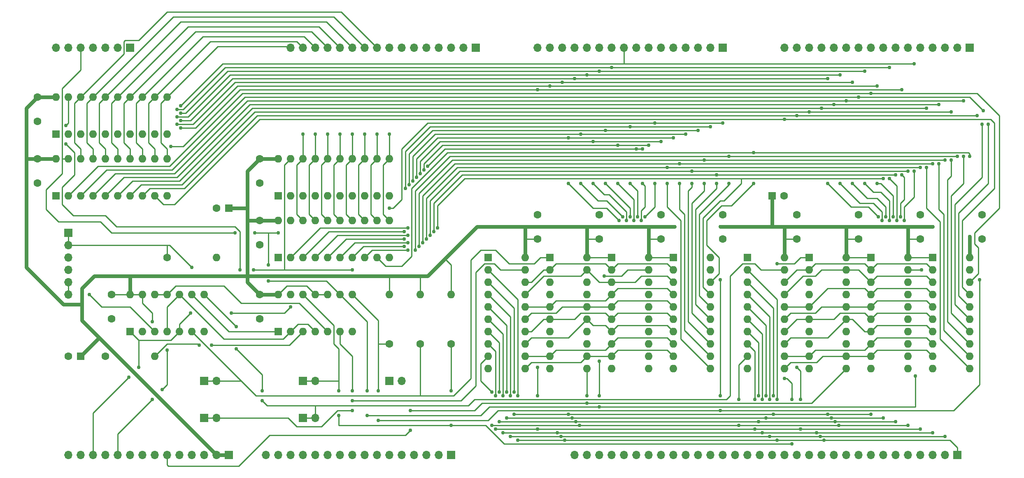
<source format=gtl>
G04 #@! TF.GenerationSoftware,KiCad,Pcbnew,(7.0.0)*
G04 #@! TF.CreationDate,2024-03-28T20:29:55-07:00*
G04 #@! TF.ProjectId,video_bank_sel_cursor,76696465-6f5f-4626-916e-6b5f73656c5f,rev?*
G04 #@! TF.SameCoordinates,Original*
G04 #@! TF.FileFunction,Copper,L1,Top*
G04 #@! TF.FilePolarity,Positive*
%FSLAX46Y46*%
G04 Gerber Fmt 4.6, Leading zero omitted, Abs format (unit mm)*
G04 Created by KiCad (PCBNEW (7.0.0)) date 2024-03-28 20:29:55*
%MOMM*%
%LPD*%
G01*
G04 APERTURE LIST*
G04 #@! TA.AperFunction,ComponentPad*
%ADD10R,1.700000X1.700000*%
G04 #@! TD*
G04 #@! TA.AperFunction,ComponentPad*
%ADD11O,1.700000X1.700000*%
G04 #@! TD*
G04 #@! TA.AperFunction,ComponentPad*
%ADD12R,1.600000X1.600000*%
G04 #@! TD*
G04 #@! TA.AperFunction,ComponentPad*
%ADD13C,1.600000*%
G04 #@! TD*
G04 #@! TA.AperFunction,ComponentPad*
%ADD14O,1.600000X1.600000*%
G04 #@! TD*
G04 #@! TA.AperFunction,ViaPad*
%ADD15C,0.762000*%
G04 #@! TD*
G04 #@! TA.AperFunction,Conductor*
%ADD16C,0.762000*%
G04 #@! TD*
G04 #@! TA.AperFunction,Conductor*
%ADD17C,0.254000*%
G04 #@! TD*
G04 APERTURE END LIST*
D10*
X88899999Y-129539999D03*
D11*
X91439999Y-129539999D03*
D10*
X139699999Y-144779999D03*
D11*
X137159999Y-144779999D03*
X134619999Y-144779999D03*
X132079999Y-144779999D03*
X129539999Y-144779999D03*
X126999999Y-144779999D03*
X124459999Y-144779999D03*
X121919999Y-144779999D03*
X119379999Y-144779999D03*
X116839999Y-144779999D03*
X114299999Y-144779999D03*
X111759999Y-144779999D03*
X109219999Y-144779999D03*
X106679999Y-144779999D03*
X104139999Y-144779999D03*
X101599999Y-144779999D03*
D12*
X93979999Y-93979999D03*
D13*
X91480000Y-93980000D03*
X139700000Y-121920000D03*
D14*
X139699999Y-111759999D03*
D10*
X246379999Y-60959999D03*
D11*
X243839999Y-60959999D03*
X241299999Y-60959999D03*
X238759999Y-60959999D03*
X236219999Y-60959999D03*
X233679999Y-60959999D03*
X231139999Y-60959999D03*
X228599999Y-60959999D03*
X226059999Y-60959999D03*
X223519999Y-60959999D03*
X220979999Y-60959999D03*
X218439999Y-60959999D03*
X215899999Y-60959999D03*
X213359999Y-60959999D03*
X210819999Y-60959999D03*
X208279999Y-60959999D03*
D12*
X58419999Y-78739999D03*
D14*
X60959999Y-78739999D03*
X63499999Y-78739999D03*
X66039999Y-78739999D03*
X68579999Y-78739999D03*
X71119999Y-78739999D03*
X73659999Y-78739999D03*
X76199999Y-78739999D03*
X78739999Y-78739999D03*
X81279999Y-78739999D03*
X81279999Y-71119999D03*
X78739999Y-71119999D03*
X76199999Y-71119999D03*
X73659999Y-71119999D03*
X71119999Y-71119999D03*
X68579999Y-71119999D03*
X66039999Y-71119999D03*
X63499999Y-71119999D03*
X60959999Y-71119999D03*
X58419999Y-71119999D03*
D10*
X73659999Y-60959999D03*
D11*
X71119999Y-60959999D03*
X68579999Y-60959999D03*
X66039999Y-60959999D03*
X63499999Y-60959999D03*
X60959999Y-60959999D03*
X58419999Y-60959999D03*
D10*
X144779999Y-60959999D03*
D11*
X142239999Y-60959999D03*
X139699999Y-60959999D03*
X137159999Y-60959999D03*
X134619999Y-60959999D03*
X132079999Y-60959999D03*
X129539999Y-60959999D03*
X126999999Y-60959999D03*
X124459999Y-60959999D03*
X121919999Y-60959999D03*
X119379999Y-60959999D03*
X116839999Y-60959999D03*
X114299999Y-60959999D03*
X111759999Y-60959999D03*
X109219999Y-60959999D03*
X106679999Y-60959999D03*
D10*
X88899999Y-137159999D03*
D11*
X91439999Y-137159999D03*
D12*
X104139999Y-91439999D03*
D14*
X106679999Y-91439999D03*
X109219999Y-91439999D03*
X111759999Y-91439999D03*
X114299999Y-91439999D03*
X116839999Y-91439999D03*
X119379999Y-91439999D03*
X121919999Y-91439999D03*
X124459999Y-91439999D03*
X126999999Y-91439999D03*
X126999999Y-83819999D03*
X124459999Y-83819999D03*
X121919999Y-83819999D03*
X119379999Y-83819999D03*
X116839999Y-83819999D03*
X114299999Y-83819999D03*
X111759999Y-83819999D03*
X109219999Y-83819999D03*
X106679999Y-83819999D03*
X104139999Y-83819999D03*
D12*
X73659999Y-119379999D03*
D14*
X76199999Y-119379999D03*
X78739999Y-119379999D03*
X81279999Y-119379999D03*
X83819999Y-119379999D03*
X86359999Y-119379999D03*
X88899999Y-119379999D03*
X88899999Y-111759999D03*
X86359999Y-111759999D03*
X83819999Y-111759999D03*
X81279999Y-111759999D03*
X78739999Y-111759999D03*
X76199999Y-111759999D03*
X73659999Y-111759999D03*
D12*
X58419999Y-91439999D03*
D14*
X60959999Y-91439999D03*
X63499999Y-91439999D03*
X66039999Y-91439999D03*
X68579999Y-91439999D03*
X71119999Y-91439999D03*
X73659999Y-91439999D03*
X76199999Y-91439999D03*
X78739999Y-91439999D03*
X81279999Y-91439999D03*
X81279999Y-83819999D03*
X78739999Y-83819999D03*
X76199999Y-83819999D03*
X73659999Y-83819999D03*
X71119999Y-83819999D03*
X68579999Y-83819999D03*
X66039999Y-83819999D03*
X63499999Y-83819999D03*
X60959999Y-83819999D03*
X58419999Y-83819999D03*
D13*
X54610000Y-88820000D03*
X54610000Y-83820000D03*
D10*
X93979999Y-144779999D03*
D11*
X91439999Y-144779999D03*
X88899999Y-144779999D03*
X86359999Y-144779999D03*
X83819999Y-144779999D03*
X81279999Y-144779999D03*
X78739999Y-144779999D03*
X76199999Y-144779999D03*
X73659999Y-144779999D03*
X71119999Y-144779999D03*
X68579999Y-144779999D03*
X66039999Y-144779999D03*
X63499999Y-144779999D03*
X60959999Y-144779999D03*
D13*
X182880000Y-95330000D03*
X182880000Y-100330000D03*
X68580000Y-124460000D03*
D14*
X78739999Y-124459999D03*
D12*
X226059999Y-104139999D03*
D14*
X226059999Y-106679999D03*
X226059999Y-109219999D03*
X226059999Y-111759999D03*
X226059999Y-114299999D03*
X226059999Y-116839999D03*
X226059999Y-119379999D03*
X226059999Y-121919999D03*
X226059999Y-124459999D03*
X226059999Y-126999999D03*
X233679999Y-126999999D03*
X233679999Y-124459999D03*
X233679999Y-121919999D03*
X233679999Y-119379999D03*
X233679999Y-116839999D03*
X233679999Y-114299999D03*
X233679999Y-111759999D03*
X233679999Y-109219999D03*
X233679999Y-106679999D03*
X233679999Y-104139999D03*
D13*
X81280000Y-104140000D03*
D14*
X91439999Y-104139999D03*
D13*
X100330000Y-116760000D03*
X100330000Y-111760000D03*
D12*
X200659999Y-104139999D03*
D14*
X200659999Y-106679999D03*
X200659999Y-109219999D03*
X200659999Y-111759999D03*
X200659999Y-114299999D03*
X200659999Y-116839999D03*
X200659999Y-119379999D03*
X200659999Y-121919999D03*
X200659999Y-124459999D03*
X200659999Y-126999999D03*
X208279999Y-126999999D03*
X208279999Y-124459999D03*
X208279999Y-121919999D03*
X208279999Y-119379999D03*
X208279999Y-116839999D03*
X208279999Y-114299999D03*
X208279999Y-111759999D03*
X208279999Y-109219999D03*
X208279999Y-106679999D03*
X208279999Y-104139999D03*
D13*
X210820000Y-95330000D03*
X210820000Y-100330000D03*
D10*
X126999999Y-129539999D03*
D11*
X129539999Y-129539999D03*
D13*
X100330000Y-101520000D03*
X100330000Y-96520000D03*
X127000000Y-121920000D03*
D14*
X126999999Y-111759999D03*
D13*
X69850000Y-116760000D03*
X69850000Y-111760000D03*
D12*
X63499999Y-124459999D03*
D13*
X61000000Y-124460000D03*
X170180000Y-95330000D03*
X170180000Y-100330000D03*
D12*
X104139999Y-104139999D03*
D14*
X106679999Y-104139999D03*
X109219999Y-104139999D03*
X111759999Y-104139999D03*
X114299999Y-104139999D03*
X116839999Y-104139999D03*
X119379999Y-104139999D03*
X121919999Y-104139999D03*
X124459999Y-104139999D03*
X126999999Y-104139999D03*
X126999999Y-96519999D03*
X124459999Y-96519999D03*
X121919999Y-96519999D03*
X119379999Y-96519999D03*
X116839999Y-96519999D03*
X114299999Y-96519999D03*
X111759999Y-96519999D03*
X109219999Y-96519999D03*
X106679999Y-96519999D03*
X104139999Y-96519999D03*
D10*
X109219999Y-137159999D03*
D11*
X111759999Y-137159999D03*
D12*
X213359999Y-104139999D03*
D14*
X213359999Y-106679999D03*
X213359999Y-109219999D03*
X213359999Y-111759999D03*
X213359999Y-114299999D03*
X213359999Y-116839999D03*
X213359999Y-119379999D03*
X213359999Y-121919999D03*
X213359999Y-124459999D03*
X213359999Y-126999999D03*
X220979999Y-126999999D03*
X220979999Y-124459999D03*
X220979999Y-121919999D03*
X220979999Y-119379999D03*
X220979999Y-116839999D03*
X220979999Y-114299999D03*
X220979999Y-111759999D03*
X220979999Y-109219999D03*
X220979999Y-106679999D03*
X220979999Y-104139999D03*
D10*
X109219999Y-129539999D03*
D11*
X111759999Y-129539999D03*
D10*
X60959999Y-99059999D03*
D11*
X60959999Y-101599999D03*
X60959999Y-104139999D03*
X60959999Y-106679999D03*
X60959999Y-109219999D03*
X60959999Y-111759999D03*
D12*
X238759999Y-104139999D03*
D14*
X238759999Y-106679999D03*
X238759999Y-109219999D03*
X238759999Y-111759999D03*
X238759999Y-114299999D03*
X238759999Y-116839999D03*
X238759999Y-119379999D03*
X238759999Y-121919999D03*
X238759999Y-124459999D03*
X238759999Y-126999999D03*
X246379999Y-126999999D03*
X246379999Y-124459999D03*
X246379999Y-121919999D03*
X246379999Y-119379999D03*
X246379999Y-116839999D03*
X246379999Y-114299999D03*
X246379999Y-111759999D03*
X246379999Y-109219999D03*
X246379999Y-106679999D03*
X246379999Y-104139999D03*
D13*
X248920000Y-100330000D03*
X248920000Y-95330000D03*
X157480000Y-95330000D03*
X157480000Y-100330000D03*
D12*
X185419999Y-104139999D03*
D14*
X185419999Y-106679999D03*
X185419999Y-109219999D03*
X185419999Y-111759999D03*
X185419999Y-114299999D03*
X185419999Y-116839999D03*
X185419999Y-119379999D03*
X185419999Y-121919999D03*
X185419999Y-124459999D03*
X185419999Y-126999999D03*
X193039999Y-126999999D03*
X193039999Y-124459999D03*
X193039999Y-121919999D03*
X193039999Y-119379999D03*
X193039999Y-116839999D03*
X193039999Y-114299999D03*
X193039999Y-111759999D03*
X193039999Y-109219999D03*
X193039999Y-106679999D03*
X193039999Y-104139999D03*
D13*
X223520000Y-95330000D03*
X223520000Y-100330000D03*
D10*
X195579999Y-60959999D03*
D11*
X193039999Y-60959999D03*
X190499999Y-60959999D03*
X187959999Y-60959999D03*
X185419999Y-60959999D03*
X182879999Y-60959999D03*
X180339999Y-60959999D03*
X177799999Y-60959999D03*
X175259999Y-60959999D03*
X172719999Y-60959999D03*
X170179999Y-60959999D03*
X167639999Y-60959999D03*
X165099999Y-60959999D03*
X162559999Y-60959999D03*
X160019999Y-60959999D03*
X157479999Y-60959999D03*
D12*
X160019999Y-104139999D03*
D14*
X160019999Y-106679999D03*
X160019999Y-109219999D03*
X160019999Y-111759999D03*
X160019999Y-114299999D03*
X160019999Y-116839999D03*
X160019999Y-119379999D03*
X160019999Y-121919999D03*
X160019999Y-124459999D03*
X160019999Y-126999999D03*
X167639999Y-126999999D03*
X167639999Y-124459999D03*
X167639999Y-121919999D03*
X167639999Y-119379999D03*
X167639999Y-116839999D03*
X167639999Y-114299999D03*
X167639999Y-111759999D03*
X167639999Y-109219999D03*
X167639999Y-106679999D03*
X167639999Y-104139999D03*
D12*
X172719999Y-104139999D03*
D14*
X172719999Y-106679999D03*
X172719999Y-109219999D03*
X172719999Y-111759999D03*
X172719999Y-114299999D03*
X172719999Y-116839999D03*
X172719999Y-119379999D03*
X172719999Y-121919999D03*
X172719999Y-124459999D03*
X172719999Y-126999999D03*
X180339999Y-126999999D03*
X180339999Y-124459999D03*
X180339999Y-121919999D03*
X180339999Y-119379999D03*
X180339999Y-116839999D03*
X180339999Y-114299999D03*
X180339999Y-111759999D03*
X180339999Y-109219999D03*
X180339999Y-106679999D03*
X180339999Y-104139999D03*
D13*
X236220000Y-100330000D03*
X236220000Y-95330000D03*
D12*
X205739999Y-91439999D03*
D13*
X208240000Y-91440000D03*
X195580000Y-95330000D03*
X195580000Y-100330000D03*
D10*
X243839999Y-144779999D03*
D11*
X241299999Y-144779999D03*
X238759999Y-144779999D03*
X236219999Y-144779999D03*
X233679999Y-144779999D03*
X231139999Y-144779999D03*
X228599999Y-144779999D03*
X226059999Y-144779999D03*
X223519999Y-144779999D03*
X220979999Y-144779999D03*
X218439999Y-144779999D03*
X215899999Y-144779999D03*
X213359999Y-144779999D03*
X210819999Y-144779999D03*
X208279999Y-144779999D03*
X205739999Y-144779999D03*
X203199999Y-144779999D03*
X200659999Y-144779999D03*
X198119999Y-144779999D03*
X195579999Y-144779999D03*
X193039999Y-144779999D03*
X190499999Y-144779999D03*
X187959999Y-144779999D03*
X185419999Y-144779999D03*
X182879999Y-144779999D03*
X180339999Y-144779999D03*
X177799999Y-144779999D03*
X175259999Y-144779999D03*
X172719999Y-144779999D03*
X170179999Y-144779999D03*
X167639999Y-144779999D03*
X165099999Y-144779999D03*
D13*
X133350000Y-121920000D03*
D14*
X133349999Y-111759999D03*
D12*
X104139999Y-119379999D03*
D14*
X106679999Y-119379999D03*
X109219999Y-119379999D03*
X111759999Y-119379999D03*
X114299999Y-119379999D03*
X116839999Y-119379999D03*
X119379999Y-119379999D03*
X119379999Y-111759999D03*
X116839999Y-111759999D03*
X114299999Y-111759999D03*
X111759999Y-111759999D03*
X109219999Y-111759999D03*
X106679999Y-111759999D03*
X104139999Y-111759999D03*
D13*
X54610000Y-76120000D03*
X54610000Y-71120000D03*
X100330000Y-88820000D03*
X100330000Y-83820000D03*
D12*
X147319999Y-104139999D03*
D14*
X147319999Y-106679999D03*
X147319999Y-109219999D03*
X147319999Y-111759999D03*
X147319999Y-114299999D03*
X147319999Y-116839999D03*
X147319999Y-119379999D03*
X147319999Y-121919999D03*
X147319999Y-124459999D03*
X147319999Y-126999999D03*
X154939999Y-126999999D03*
X154939999Y-124459999D03*
X154939999Y-121919999D03*
X154939999Y-119379999D03*
X154939999Y-116839999D03*
X154939999Y-114299999D03*
X154939999Y-111759999D03*
X154939999Y-109219999D03*
X154939999Y-106679999D03*
X154939999Y-104139999D03*
D15*
X78232000Y-117348000D03*
X246380000Y-99822000D03*
X238760000Y-97790000D03*
X183896000Y-97790000D03*
X196850000Y-97790000D03*
X246380000Y-101346000D03*
X236728000Y-97790000D03*
X185674000Y-97790000D03*
X195072000Y-97790000D03*
X167640000Y-134112000D03*
X167640000Y-132588000D03*
X131318000Y-135636000D03*
X131318000Y-139700000D03*
X109220000Y-78740000D03*
X111760000Y-78740000D03*
X114300000Y-78740000D03*
X116840000Y-78740000D03*
X119380000Y-78740000D03*
X121920000Y-78740000D03*
X124460000Y-78740000D03*
X127000000Y-78740000D03*
X82042000Y-81280000D03*
X232410000Y-69596000D03*
X232156000Y-95758000D03*
X232410000Y-87122000D03*
X157480000Y-69596000D03*
X84074000Y-77470000D03*
X227330000Y-88900000D03*
X160020000Y-68834000D03*
X230632000Y-95758000D03*
X227330000Y-68834000D03*
X222250000Y-68072000D03*
X83312000Y-76708000D03*
X162560000Y-68072000D03*
X222250000Y-88900000D03*
X229108000Y-95758000D03*
X217170000Y-88900000D03*
X84074000Y-75946000D03*
X217170000Y-67310000D03*
X227584000Y-95758000D03*
X165100000Y-67310000D03*
X167640000Y-66548000D03*
X228346000Y-96520000D03*
X219710000Y-88900000D03*
X219710000Y-66548000D03*
X83312000Y-75184000D03*
X224790000Y-65786000D03*
X229870000Y-96520000D03*
X224790000Y-88900000D03*
X170180000Y-65786000D03*
X84074000Y-74422000D03*
X231394000Y-96520000D03*
X83312000Y-73660000D03*
X229870000Y-65024000D03*
X229870000Y-87884000D03*
X172720000Y-65024000D03*
X234950000Y-86360000D03*
X84074000Y-72898000D03*
X232918000Y-96520000D03*
X234950000Y-64262000D03*
X134874000Y-85344000D03*
X178816000Y-96520000D03*
X179070000Y-88900000D03*
X179070000Y-81788000D03*
X177800000Y-81788000D03*
X134112000Y-86106000D03*
X173990000Y-88900000D03*
X180340000Y-81026000D03*
X173990000Y-81026000D03*
X177292000Y-96520000D03*
X182880000Y-80264000D03*
X168910000Y-88900000D03*
X175768000Y-96520000D03*
X168910000Y-80264000D03*
X133350000Y-86868000D03*
X163830000Y-79502000D03*
X185420000Y-79502000D03*
X163830000Y-88900000D03*
X132588000Y-87630000D03*
X174244000Y-96520000D03*
X187960000Y-78740000D03*
X166370000Y-88900000D03*
X175006000Y-95758000D03*
X166370000Y-78740000D03*
X131826000Y-88392000D03*
X131064000Y-89154000D03*
X171450000Y-88900000D03*
X190500000Y-77978000D03*
X176530000Y-95758000D03*
X171450000Y-77978000D03*
X176530000Y-77216000D03*
X130302000Y-89916000D03*
X176530000Y-88900000D03*
X178054000Y-95758000D03*
X193040000Y-77216000D03*
X127000000Y-93980000D03*
X181610000Y-88900000D03*
X179578000Y-95758000D03*
X181610000Y-76454000D03*
X195580000Y-76454000D03*
X208280000Y-75692000D03*
X248920000Y-76708000D03*
X247904000Y-74930000D03*
X210820000Y-74930000D03*
X242570000Y-74168000D03*
X242570000Y-84074000D03*
X213360000Y-74168000D03*
X215900000Y-73406000D03*
X237490000Y-85598000D03*
X237490000Y-73406000D03*
X218440000Y-72644000D03*
X240030000Y-84836000D03*
X240030000Y-72644000D03*
X245110000Y-83312000D03*
X220980000Y-71882000D03*
X245110000Y-71882000D03*
X223520000Y-71120000D03*
X250190000Y-76708000D03*
X249174000Y-73914000D03*
X226060000Y-70358000D03*
X130810000Y-98044000D03*
X228600000Y-87884000D03*
X136906000Y-98044000D03*
X194310000Y-88900000D03*
X194310000Y-87122000D03*
X231140000Y-87122000D03*
X136144000Y-98806000D03*
X130048000Y-98806000D03*
X189230000Y-86360000D03*
X233680000Y-86360000D03*
X135382000Y-99568000D03*
X130810000Y-99568000D03*
X189230000Y-88900000D03*
X130048000Y-100330000D03*
X134620000Y-100330000D03*
X184150000Y-88900000D03*
X236220000Y-85598000D03*
X184150000Y-85598000D03*
X186690000Y-84836000D03*
X238760000Y-84836000D03*
X133858000Y-101092000D03*
X186690000Y-88900000D03*
X130810000Y-101092000D03*
X241300000Y-84074000D03*
X191770000Y-88900000D03*
X133096000Y-101854000D03*
X130048000Y-101854000D03*
X191770000Y-84074000D03*
X243840000Y-83312000D03*
X196850000Y-88900000D03*
X130810000Y-102616000D03*
X132334000Y-102616000D03*
X196850000Y-83312000D03*
X201930000Y-82550000D03*
X201930000Y-88900000D03*
X246380000Y-83312000D03*
X206756000Y-133350000D03*
X153416000Y-141732000D03*
X153416000Y-132588000D03*
X163068000Y-141732000D03*
X216408000Y-141732000D03*
X206756000Y-141732000D03*
X205232000Y-133350000D03*
X162306000Y-140970000D03*
X151892000Y-132588000D03*
X215646000Y-140970000D03*
X241300000Y-140970000D03*
X151892000Y-140970000D03*
X205232000Y-140970000D03*
X150368000Y-140208000D03*
X203708000Y-133350000D03*
X150368000Y-132588000D03*
X203708000Y-140208000D03*
X161544000Y-140208000D03*
X238760000Y-140208000D03*
X214884000Y-140208000D03*
X148844000Y-139446000D03*
X202184000Y-139446000D03*
X202184000Y-133350000D03*
X236220000Y-139446000D03*
X148844000Y-132588000D03*
X157480000Y-126746000D03*
X210820000Y-126746000D03*
X157480000Y-132588000D03*
X211582000Y-133350000D03*
X211582000Y-139446000D03*
X157480000Y-139446000D03*
X166116000Y-138684000D03*
X233680000Y-138684000D03*
X198882000Y-138684000D03*
X198882000Y-133350000D03*
X148082000Y-131826000D03*
X148082000Y-138684000D03*
X219456000Y-138684000D03*
X231140000Y-137922000D03*
X202946000Y-132588000D03*
X202946000Y-137922000D03*
X218694000Y-137922000D03*
X149606000Y-137922000D03*
X149606000Y-131826000D03*
X165354000Y-137922000D03*
X151130000Y-131826000D03*
X151130000Y-137160000D03*
X204470000Y-132588000D03*
X204470000Y-137160000D03*
X228600000Y-137160000D03*
X164592000Y-137160000D03*
X217932000Y-137160000D03*
X152654000Y-131826000D03*
X152654000Y-136398000D03*
X217170000Y-136398000D03*
X205994000Y-132588000D03*
X205994000Y-136398000D03*
X226060000Y-136398000D03*
X163830000Y-136398000D03*
X81280000Y-123190000D03*
X78232000Y-133350000D03*
X80264000Y-131318000D03*
X94488000Y-115570000D03*
X73406000Y-128778000D03*
X75438000Y-126746000D03*
X86106000Y-115570000D03*
X106680000Y-114300000D03*
X99060000Y-106680000D03*
X119380000Y-106680000D03*
X195072000Y-135636000D03*
X96266000Y-106680000D03*
X124714000Y-131572000D03*
X124714000Y-137668000D03*
X248412000Y-108712000D03*
X60452000Y-80772000D03*
X195072000Y-108712000D03*
X60452000Y-76962000D03*
X195072000Y-132588000D03*
X102108000Y-105664000D03*
X236474000Y-106680000D03*
X170180000Y-125476000D03*
X104140000Y-99060000D03*
X99314000Y-99060000D03*
X235204000Y-128524000D03*
X170180000Y-134874000D03*
X102108000Y-108966000D03*
X122428000Y-131572000D03*
X122428000Y-136652000D03*
X170180000Y-132588000D03*
X171196000Y-107950000D03*
X95250000Y-99060000D03*
X90424000Y-122174000D03*
X65278000Y-111760000D03*
X87884000Y-122174000D03*
X100838000Y-131572000D03*
X100838000Y-133604000D03*
X95504000Y-118364000D03*
X95504000Y-122936000D03*
X86360000Y-106172000D03*
X119380000Y-133604000D03*
X119380000Y-131572000D03*
X119380000Y-135636000D03*
X209804000Y-133350000D03*
X209804000Y-142494000D03*
X139700000Y-138684000D03*
X208280000Y-129032000D03*
X139700000Y-131572000D03*
X206756000Y-105410000D03*
X116586000Y-136652000D03*
X116586000Y-131572000D03*
D16*
X133350000Y-107950000D02*
X134874000Y-107950000D01*
X220980000Y-97790000D02*
X220980000Y-100330000D01*
X183896000Y-97790000D02*
X185674000Y-97790000D01*
X246380000Y-99822000D02*
X246380000Y-100330000D01*
X70866000Y-124206000D02*
X63754000Y-117094000D01*
X127000000Y-107950000D02*
X133350000Y-107950000D01*
X52324000Y-83820000D02*
X58420000Y-83820000D01*
X138430000Y-104394000D02*
X145034000Y-97790000D01*
D17*
X111760000Y-111760000D02*
X109982000Y-109982000D01*
D16*
X58420000Y-71120000D02*
X54610000Y-71120000D01*
X97790000Y-86360000D02*
X97790000Y-93980000D01*
D17*
X76200000Y-113538000D02*
X76200000Y-111760000D01*
D16*
X167640000Y-97790000D02*
X167640000Y-100330000D01*
X59944000Y-113792000D02*
X63754000Y-113792000D01*
D17*
X157480000Y-100330000D02*
X154940000Y-100330000D01*
X105918000Y-109982000D02*
X104140000Y-111760000D01*
D16*
X154940000Y-100330000D02*
X154940000Y-104140000D01*
X154940000Y-97790000D02*
X154940000Y-100330000D01*
D17*
X78232000Y-117348000D02*
X78232000Y-115570000D01*
D16*
X167640000Y-100330000D02*
X167640000Y-104140000D01*
D17*
X69850000Y-111760000D02*
X76200000Y-111760000D01*
X139700000Y-105664000D02*
X138430000Y-104394000D01*
D16*
X220980000Y-97790000D02*
X233680000Y-97790000D01*
X208280000Y-100330000D02*
X208280000Y-104140000D01*
X97790000Y-107950000D02*
X127000000Y-107950000D01*
X180340000Y-100584000D02*
X180340000Y-104140000D01*
D17*
X226060000Y-104140000D02*
X220980000Y-104140000D01*
D16*
X246380000Y-100330000D02*
X246380000Y-101346000D01*
D17*
X238760000Y-104140000D02*
X233680000Y-104140000D01*
D16*
X233680000Y-97790000D02*
X233680000Y-100330000D01*
D17*
X180594000Y-100330000D02*
X180340000Y-100584000D01*
D16*
X100330000Y-111760000D02*
X104140000Y-111760000D01*
X180340000Y-97790000D02*
X183896000Y-97790000D01*
X93980000Y-144780000D02*
X91440000Y-144780000D01*
D17*
X109982000Y-109982000D02*
X105918000Y-109982000D01*
X223520000Y-100330000D02*
X220980000Y-100330000D01*
D16*
X97790000Y-93980000D02*
X93980000Y-93980000D01*
X246380000Y-101346000D02*
X246380000Y-104140000D01*
X134874000Y-107950000D02*
X138430000Y-104394000D01*
X104140000Y-83820000D02*
X100330000Y-83820000D01*
D17*
X133350000Y-111760000D02*
X133350000Y-107950000D01*
D16*
X97790000Y-107950000D02*
X73660000Y-107950000D01*
X63500000Y-124460000D02*
X67310000Y-120650000D01*
X63754000Y-113792000D02*
X63754000Y-117094000D01*
X220980000Y-100330000D02*
X220980000Y-104140000D01*
X67310000Y-120650000D02*
X71120000Y-124460000D01*
D17*
X114300000Y-111760000D02*
X111760000Y-111760000D01*
X210820000Y-100330000D02*
X208280000Y-100330000D01*
X172720000Y-104140000D02*
X167640000Y-104140000D01*
X139700000Y-111760000D02*
X139700000Y-105664000D01*
D16*
X154940000Y-97790000D02*
X167640000Y-97790000D01*
X208280000Y-97790000D02*
X220980000Y-97790000D01*
X52324000Y-106172000D02*
X59944000Y-113792000D01*
X167640000Y-97790000D02*
X180340000Y-97790000D01*
X73660000Y-107950000D02*
X66294000Y-107950000D01*
X236728000Y-97790000D02*
X238760000Y-97790000D01*
X233680000Y-97790000D02*
X236728000Y-97790000D01*
D17*
X127000000Y-111760000D02*
X127000000Y-107950000D01*
X185420000Y-104140000D02*
X180340000Y-104140000D01*
D16*
X195072000Y-97790000D02*
X205740000Y-97790000D01*
X63754000Y-110490000D02*
X63754000Y-113792000D01*
D17*
X236220000Y-100330000D02*
X233680000Y-100330000D01*
X170180000Y-100330000D02*
X167640000Y-100330000D01*
D16*
X145034000Y-97790000D02*
X154940000Y-97790000D01*
D17*
X78232000Y-115570000D02*
X76200000Y-113538000D01*
D16*
X97790000Y-96520000D02*
X97790000Y-107950000D01*
X71120000Y-124460000D02*
X70866000Y-124206000D01*
X66294000Y-107950000D02*
X63754000Y-110490000D01*
X97790000Y-93980000D02*
X97790000Y-96520000D01*
X91440000Y-144780000D02*
X71120000Y-124460000D01*
X233680000Y-100330000D02*
X233680000Y-104140000D01*
X52324000Y-73406000D02*
X52324000Y-83820000D01*
X52324000Y-83820000D02*
X52324000Y-106172000D01*
X205740000Y-97790000D02*
X208280000Y-97790000D01*
X73660000Y-107950000D02*
X73660000Y-111760000D01*
X97790000Y-96520000D02*
X104140000Y-96520000D01*
D17*
X182880000Y-100330000D02*
X180594000Y-100330000D01*
D16*
X205740000Y-97790000D02*
X205740000Y-91440000D01*
X180340000Y-97790000D02*
X180340000Y-100584000D01*
X208280000Y-97790000D02*
X208280000Y-100330000D01*
X97790000Y-109220000D02*
X100330000Y-111760000D01*
X100330000Y-83820000D02*
X97790000Y-86360000D01*
X54610000Y-71120000D02*
X52324000Y-73406000D01*
X97790000Y-107950000D02*
X97790000Y-109220000D01*
D17*
X130302000Y-140716000D02*
X131318000Y-139700000D01*
X167640000Y-127000000D02*
X167640000Y-132588000D01*
X81534000Y-147066000D02*
X96012000Y-147066000D01*
X144526000Y-135636000D02*
X131318000Y-135636000D01*
X213868000Y-134112000D02*
X167640000Y-134112000D01*
X81280000Y-146812000D02*
X81534000Y-147066000D01*
X96012000Y-147066000D02*
X102362000Y-140716000D01*
X167640000Y-134112000D02*
X146050000Y-134112000D01*
X81280000Y-144780000D02*
X81280000Y-146812000D01*
X146050000Y-134112000D02*
X144526000Y-135636000D01*
X102362000Y-140716000D02*
X130302000Y-140716000D01*
X220980000Y-127000000D02*
X213868000Y-134112000D01*
X91694000Y-60706000D02*
X81280000Y-71120000D01*
X80010000Y-80518000D02*
X81280000Y-81788000D01*
X106426000Y-60706000D02*
X91694000Y-60706000D01*
X80010000Y-72390000D02*
X80010000Y-80518000D01*
X81280000Y-81788000D02*
X81280000Y-83820000D01*
X81280000Y-71120000D02*
X80010000Y-72390000D01*
X106680000Y-60960000D02*
X106426000Y-60706000D01*
X107950000Y-59690000D02*
X109220000Y-60960000D01*
X78740000Y-71120000D02*
X90170000Y-59690000D01*
X77470000Y-72390000D02*
X77470000Y-80518000D01*
X77470000Y-80518000D02*
X78740000Y-81788000D01*
X90170000Y-59690000D02*
X107950000Y-59690000D01*
X78740000Y-81788000D02*
X78740000Y-83820000D01*
X78740000Y-71120000D02*
X77470000Y-72390000D01*
X74930000Y-80518000D02*
X74930000Y-72390000D01*
X76200000Y-81788000D02*
X74930000Y-80518000D01*
X109474000Y-58674000D02*
X88646000Y-58674000D01*
X74930000Y-72390000D02*
X76200000Y-71120000D01*
X76200000Y-83820000D02*
X76200000Y-81788000D01*
X111760000Y-60960000D02*
X109474000Y-58674000D01*
X88646000Y-58674000D02*
X76200000Y-71120000D01*
X87122000Y-57658000D02*
X110998000Y-57658000D01*
X73660000Y-71120000D02*
X87122000Y-57658000D01*
X110998000Y-57658000D02*
X114300000Y-60960000D01*
X73660000Y-71120000D02*
X72390000Y-72390000D01*
X72390000Y-80518000D02*
X73660000Y-81788000D01*
X73660000Y-81788000D02*
X73660000Y-83820000D01*
X72390000Y-72390000D02*
X72390000Y-80518000D01*
X71120000Y-81788000D02*
X71120000Y-83820000D01*
X112522000Y-56642000D02*
X85598000Y-56642000D01*
X116840000Y-60960000D02*
X112522000Y-56642000D01*
X85598000Y-56642000D02*
X71120000Y-71120000D01*
X69850000Y-72390000D02*
X69850000Y-80518000D01*
X69850000Y-80518000D02*
X71120000Y-81788000D01*
X71120000Y-71120000D02*
X69850000Y-72390000D01*
X67310000Y-80518000D02*
X67310000Y-72390000D01*
X68580000Y-83820000D02*
X68580000Y-81788000D01*
X114046000Y-55626000D02*
X119380000Y-60960000D01*
X67310000Y-72390000D02*
X68580000Y-71120000D01*
X68580000Y-71120000D02*
X84074000Y-55626000D01*
X84074000Y-55626000D02*
X114046000Y-55626000D01*
X68580000Y-81788000D02*
X67310000Y-80518000D01*
X64770000Y-80518000D02*
X64770000Y-72390000D01*
X66040000Y-81788000D02*
X64770000Y-80518000D01*
X64770000Y-72390000D02*
X66040000Y-71120000D01*
X82550000Y-54610000D02*
X66040000Y-71120000D01*
X66040000Y-83820000D02*
X66040000Y-81788000D01*
X121920000Y-60960000D02*
X115570000Y-54610000D01*
X115570000Y-54610000D02*
X82550000Y-54610000D01*
X62230000Y-72390000D02*
X63500000Y-71120000D01*
X63500000Y-71120000D02*
X72390000Y-62230000D01*
X62230000Y-80518000D02*
X62230000Y-72390000D01*
X72644000Y-59436000D02*
X75438000Y-59436000D01*
X117094000Y-53594000D02*
X124460000Y-60960000D01*
X63500000Y-83820000D02*
X63500000Y-81788000D01*
X81280000Y-53594000D02*
X117094000Y-53594000D01*
X75438000Y-59436000D02*
X81280000Y-53594000D01*
X72390000Y-62230000D02*
X72390000Y-59690000D01*
X63500000Y-81788000D02*
X62230000Y-80518000D01*
X72390000Y-59690000D02*
X72644000Y-59436000D01*
X107950000Y-85090000D02*
X109220000Y-83820000D01*
X107950000Y-95250000D02*
X107950000Y-85090000D01*
X109220000Y-83820000D02*
X109220000Y-78740000D01*
X109220000Y-96520000D02*
X107950000Y-95250000D01*
X111760000Y-83820000D02*
X110490000Y-85090000D01*
X110490000Y-85090000D02*
X110490000Y-95250000D01*
X111760000Y-78740000D02*
X111760000Y-83820000D01*
X110490000Y-95250000D02*
X111760000Y-96520000D01*
X113030000Y-85090000D02*
X114300000Y-83820000D01*
X113030000Y-95250000D02*
X113030000Y-85090000D01*
X114300000Y-96520000D02*
X113030000Y-95250000D01*
X114300000Y-83820000D02*
X114300000Y-78740000D01*
X116840000Y-83820000D02*
X115570000Y-85090000D01*
X116840000Y-78740000D02*
X116840000Y-83820000D01*
X115570000Y-85090000D02*
X115570000Y-95250000D01*
X115570000Y-95250000D02*
X116840000Y-96520000D01*
X119380000Y-96520000D02*
X118110000Y-95250000D01*
X118110000Y-85090000D02*
X119380000Y-83820000D01*
X118110000Y-95250000D02*
X118110000Y-85090000D01*
X119380000Y-83820000D02*
X119380000Y-78740000D01*
X121920000Y-78740000D02*
X121920000Y-83820000D01*
X120650000Y-95250000D02*
X121920000Y-96520000D01*
X120650000Y-85090000D02*
X120650000Y-95250000D01*
X121920000Y-83820000D02*
X120650000Y-85090000D01*
X124460000Y-83820000D02*
X124460000Y-78740000D01*
X123190000Y-85090000D02*
X124460000Y-83820000D01*
X123190000Y-95250000D02*
X123190000Y-85090000D01*
X124460000Y-96520000D02*
X123190000Y-95250000D01*
X127000000Y-78740000D02*
X127000000Y-83820000D01*
X125730000Y-95250000D02*
X127000000Y-96520000D01*
X127000000Y-83820000D02*
X125730000Y-85090000D01*
X125730000Y-85090000D02*
X125730000Y-95250000D01*
X82042000Y-81280000D02*
X84582000Y-81280000D01*
X232156000Y-92964000D02*
X232918000Y-92202000D01*
X232156000Y-95758000D02*
X232156000Y-92964000D01*
X232918000Y-92202000D02*
X232918000Y-87630000D01*
X232410000Y-69596000D02*
X168148000Y-69596000D01*
X96266000Y-69596000D02*
X157480000Y-69596000D01*
X84582000Y-81280000D02*
X96266000Y-69596000D01*
X232918000Y-87630000D02*
X232410000Y-87122000D01*
X168148000Y-69596000D02*
X157480000Y-69596000D01*
X87122000Y-77470000D02*
X95758000Y-68834000D01*
X168148000Y-68834000D02*
X160020000Y-68834000D01*
X230632000Y-95758000D02*
X230632000Y-91440000D01*
X84074000Y-77470000D02*
X87122000Y-77470000D01*
X95758000Y-68834000D02*
X160020000Y-68834000D01*
X228092000Y-88900000D02*
X227330000Y-88900000D01*
X230632000Y-91440000D02*
X228092000Y-88900000D01*
X227330000Y-68834000D02*
X168148000Y-68834000D01*
X227330000Y-91948000D02*
X225298000Y-91948000D01*
X83312000Y-76708000D02*
X86614000Y-76708000D01*
X229108000Y-93726000D02*
X227330000Y-91948000D01*
X162560000Y-68072000D02*
X191516000Y-68072000D01*
X191516000Y-68072000D02*
X222250000Y-68072000D01*
X95250000Y-68072000D02*
X162560000Y-68072000D01*
X229108000Y-95758000D02*
X229108000Y-93726000D01*
X225298000Y-91948000D02*
X222250000Y-88900000D01*
X86614000Y-76708000D02*
X95250000Y-68072000D01*
X180594000Y-67310000D02*
X217170000Y-67310000D01*
X165100000Y-67310000D02*
X180594000Y-67310000D01*
X225552000Y-93726000D02*
X221996000Y-93726000D01*
X227584000Y-95758000D02*
X225552000Y-93726000D01*
X221996000Y-93726000D02*
X217170000Y-88900000D01*
X94742000Y-67310000D02*
X165100000Y-67310000D01*
X86106000Y-75946000D02*
X94742000Y-67310000D01*
X84074000Y-75946000D02*
X86106000Y-75946000D01*
X223774000Y-92964000D02*
X219710000Y-88900000D01*
X85598000Y-75184000D02*
X94234000Y-66548000D01*
X94234000Y-66548000D02*
X167640000Y-66548000D01*
X167640000Y-66548000D02*
X191516000Y-66548000D01*
X191516000Y-66548000D02*
X219710000Y-66548000D01*
X226568000Y-92964000D02*
X223774000Y-92964000D01*
X83312000Y-75184000D02*
X85598000Y-75184000D01*
X228346000Y-94742000D02*
X226568000Y-92964000D01*
X228346000Y-96520000D02*
X228346000Y-94742000D01*
X228092000Y-90678000D02*
X226568000Y-90678000D01*
X229870000Y-96520000D02*
X229870000Y-92456000D01*
X93726000Y-65786000D02*
X157480000Y-65786000D01*
X85090000Y-74422000D02*
X93726000Y-65786000D01*
X224790000Y-65786000D02*
X180594000Y-65786000D01*
X157226000Y-65786000D02*
X170180000Y-65786000D01*
X226568000Y-90678000D02*
X224790000Y-88900000D01*
X84074000Y-74422000D02*
X85090000Y-74422000D01*
X229870000Y-92456000D02*
X228092000Y-90678000D01*
X170180000Y-65786000D02*
X180594000Y-65786000D01*
X172720000Y-65024000D02*
X191516000Y-65024000D01*
X231394000Y-89408000D02*
X229870000Y-87884000D01*
X83312000Y-73660000D02*
X84582000Y-73660000D01*
X191516000Y-65024000D02*
X216916000Y-65024000D01*
X93218000Y-65024000D02*
X172720000Y-65024000D01*
X84582000Y-73660000D02*
X93218000Y-65024000D01*
X231394000Y-96520000D02*
X231394000Y-89408000D01*
X216916000Y-65024000D02*
X229870000Y-65024000D01*
X234950000Y-88900000D02*
X234950000Y-86360000D01*
X234950000Y-91694000D02*
X234950000Y-88900000D01*
X92710000Y-64262000D02*
X175260000Y-64262000D01*
X175260000Y-64262000D02*
X234950000Y-64262000D01*
X84074000Y-72898000D02*
X92710000Y-64262000D01*
X175260000Y-60960000D02*
X175260000Y-64262000D01*
X232918000Y-96520000D02*
X232918000Y-93726000D01*
X232918000Y-93726000D02*
X234950000Y-91694000D01*
X179578000Y-93726000D02*
X179578000Y-89408000D01*
X134874000Y-85344000D02*
X138430000Y-81788000D01*
X138430000Y-81788000D02*
X179070000Y-81788000D01*
X178816000Y-94488000D02*
X179578000Y-93726000D01*
X179578000Y-89408000D02*
X179070000Y-88900000D01*
X178816000Y-96520000D02*
X178816000Y-94488000D01*
X137922000Y-81026000D02*
X173990000Y-81026000D01*
X177292000Y-92202000D02*
X173990000Y-88900000D01*
X134112000Y-84836000D02*
X137922000Y-81026000D01*
X173990000Y-81026000D02*
X180340000Y-81026000D01*
X134112000Y-86106000D02*
X134112000Y-84836000D01*
X177292000Y-96520000D02*
X177292000Y-92202000D01*
X175768000Y-96520000D02*
X175768000Y-94742000D01*
X168910000Y-80264000D02*
X182880000Y-80264000D01*
X171196000Y-91186000D02*
X168910000Y-88900000D01*
X133350000Y-86868000D02*
X133350000Y-84328000D01*
X133350000Y-84328000D02*
X137414000Y-80264000D01*
X137414000Y-80264000D02*
X168910000Y-80264000D01*
X175768000Y-94742000D02*
X172212000Y-91186000D01*
X172212000Y-91186000D02*
X171196000Y-91186000D01*
X132588000Y-87630000D02*
X132588000Y-83820000D01*
X132588000Y-83820000D02*
X136906000Y-79502000D01*
X180594000Y-79502000D02*
X185420000Y-79502000D01*
X168910000Y-93980000D02*
X163830000Y-88900000D01*
X136906000Y-79502000D02*
X163830000Y-79502000D01*
X163830000Y-79502000D02*
X180594000Y-79502000D01*
X171704000Y-93980000D02*
X168910000Y-93980000D01*
X174244000Y-96520000D02*
X171704000Y-93980000D01*
X175006000Y-95758000D02*
X171704000Y-92456000D01*
X131826000Y-83312000D02*
X136398000Y-78740000D01*
X169926000Y-92456000D02*
X166370000Y-88900000D01*
X166370000Y-78740000D02*
X187960000Y-78740000D01*
X171704000Y-92456000D02*
X169926000Y-92456000D01*
X136398000Y-78740000D02*
X166370000Y-78740000D01*
X131826000Y-88392000D02*
X131826000Y-83312000D01*
X171450000Y-77978000D02*
X180594000Y-77978000D01*
X176530000Y-93980000D02*
X171450000Y-88900000D01*
X135890000Y-77978000D02*
X171450000Y-77978000D01*
X131064000Y-89154000D02*
X131064000Y-82804000D01*
X176530000Y-95758000D02*
X176530000Y-93980000D01*
X180594000Y-77978000D02*
X190500000Y-77978000D01*
X131064000Y-82804000D02*
X135890000Y-77978000D01*
X130302000Y-82296000D02*
X135382000Y-77216000D01*
X130302000Y-89916000D02*
X130302000Y-82296000D01*
X178054000Y-95758000D02*
X178054000Y-90424000D01*
X178054000Y-90424000D02*
X176530000Y-88900000D01*
X135382000Y-77216000D02*
X176530000Y-77216000D01*
X176530000Y-77216000D02*
X193040000Y-77216000D01*
X129540000Y-81788000D02*
X134874000Y-76454000D01*
X129540000Y-92202000D02*
X129540000Y-81788000D01*
X127762000Y-93980000D02*
X129540000Y-92202000D01*
X179578000Y-95758000D02*
X181610000Y-93726000D01*
X181610000Y-93726000D02*
X181610000Y-88900000D01*
X134874000Y-76454000D02*
X181610000Y-76454000D01*
X127000000Y-93980000D02*
X127762000Y-93980000D01*
X181610000Y-76454000D02*
X195580000Y-76454000D01*
X244856000Y-110236000D02*
X246380000Y-111760000D01*
X251460000Y-76454000D02*
X251460000Y-89916000D01*
X244856000Y-96520000D02*
X244856000Y-110236000D01*
X208280000Y-75692000D02*
X250698000Y-75692000D01*
X82804000Y-93218000D02*
X80518000Y-93218000D01*
X100330000Y-75692000D02*
X82804000Y-93218000D01*
X80518000Y-93218000D02*
X78740000Y-91440000D01*
X251460000Y-89916000D02*
X244856000Y-96520000D01*
X208280000Y-75692000D02*
X100330000Y-75692000D01*
X250698000Y-75692000D02*
X251460000Y-76454000D01*
X168148000Y-74930000D02*
X210820000Y-74930000D01*
X248920000Y-87630000D02*
X243332000Y-93218000D01*
X99822000Y-74930000D02*
X145288000Y-74930000D01*
X77724000Y-89916000D02*
X84836000Y-89916000D01*
X76200000Y-91440000D02*
X77724000Y-89916000D01*
X84836000Y-89916000D02*
X99822000Y-74930000D01*
X243332000Y-93218000D02*
X243332000Y-113792000D01*
X247904000Y-74930000D02*
X216916000Y-74930000D01*
X248920000Y-76708000D02*
X248920000Y-87630000D01*
X243332000Y-113792000D02*
X246380000Y-116840000D01*
X216916000Y-74930000D02*
X210820000Y-74930000D01*
X145034000Y-74930000D02*
X168148000Y-74930000D01*
X241808000Y-117348000D02*
X241808000Y-88138000D01*
X75946000Y-89154000D02*
X84328000Y-89154000D01*
X84328000Y-89154000D02*
X99314000Y-74168000D01*
X242570000Y-74168000D02*
X213360000Y-74168000D01*
X99314000Y-74168000D02*
X213360000Y-74168000D01*
X241808000Y-88138000D02*
X242570000Y-87376000D01*
X242570000Y-87376000D02*
X242570000Y-84074000D01*
X246380000Y-121920000D02*
X241808000Y-117348000D01*
X73660000Y-91440000D02*
X75946000Y-89154000D01*
X83820000Y-88392000D02*
X98806000Y-73406000D01*
X246380000Y-127000000D02*
X240284000Y-120904000D01*
X216916000Y-73406000D02*
X215900000Y-73406000D01*
X240284000Y-120904000D02*
X240284000Y-96774000D01*
X74168000Y-88392000D02*
X83820000Y-88392000D01*
X71120000Y-91440000D02*
X74168000Y-88392000D01*
X237490000Y-73406000D02*
X216916000Y-73406000D01*
X98806000Y-73406000D02*
X215900000Y-73406000D01*
X240284000Y-96774000D02*
X237490000Y-93980000D01*
X237490000Y-93980000D02*
X237490000Y-85598000D01*
X83312000Y-87630000D02*
X98298000Y-72644000D01*
X68580000Y-91440000D02*
X72390000Y-87630000D01*
X241046000Y-119126000D02*
X241046000Y-95250000D01*
X241046000Y-95250000D02*
X240030000Y-94234000D01*
X240030000Y-94234000D02*
X240030000Y-84836000D01*
X246380000Y-124460000D02*
X241046000Y-119126000D01*
X98298000Y-72644000D02*
X218440000Y-72644000D01*
X240030000Y-72644000D02*
X218440000Y-72644000D01*
X72390000Y-87630000D02*
X83312000Y-87630000D01*
X246380000Y-119380000D02*
X242570000Y-115570000D01*
X82804000Y-86868000D02*
X97790000Y-71882000D01*
X70612000Y-86868000D02*
X82804000Y-86868000D01*
X145034000Y-71882000D02*
X168148000Y-71882000D01*
X97790000Y-71882000D02*
X145288000Y-71882000D01*
X245110000Y-88900000D02*
X245110000Y-83312000D01*
X66040000Y-91440000D02*
X70612000Y-86868000D01*
X242570000Y-115570000D02*
X242570000Y-91440000D01*
X168148000Y-71882000D02*
X220980000Y-71882000D01*
X245110000Y-71882000D02*
X220980000Y-71882000D01*
X242570000Y-91440000D02*
X245110000Y-88900000D01*
X68834000Y-86106000D02*
X82296000Y-86106000D01*
X250190000Y-88900000D02*
X244094000Y-94996000D01*
X246380000Y-71120000D02*
X223520000Y-71120000D01*
X244094000Y-112014000D02*
X246380000Y-114300000D01*
X244094000Y-94996000D02*
X244094000Y-112014000D01*
X82296000Y-86106000D02*
X97282000Y-71120000D01*
X250190000Y-76708000D02*
X250190000Y-88900000D01*
X97282000Y-71120000D02*
X223520000Y-71120000D01*
X63500000Y-91440000D02*
X68834000Y-86106000D01*
X249174000Y-73914000D02*
X246380000Y-71120000D01*
X60960000Y-91440000D02*
X67056000Y-85344000D01*
X252476000Y-93980000D02*
X252476000Y-74930000D01*
X246380000Y-109220000D02*
X248158000Y-107442000D01*
X247904000Y-70358000D02*
X226060000Y-70358000D01*
X247396000Y-101346000D02*
X247396000Y-99060000D01*
X145034000Y-70358000D02*
X168148000Y-70358000D01*
X247396000Y-99060000D02*
X252476000Y-93980000D01*
X248158000Y-107442000D02*
X248158000Y-102108000D01*
X81788000Y-85344000D02*
X96774000Y-70358000D01*
X248158000Y-102108000D02*
X247396000Y-101346000D01*
X96774000Y-70358000D02*
X145288000Y-70358000D01*
X252476000Y-74930000D02*
X247904000Y-70358000D01*
X67056000Y-85344000D02*
X81788000Y-85344000D01*
X168148000Y-70358000D02*
X226060000Y-70358000D01*
X199390000Y-88900000D02*
X199390000Y-87884000D01*
X191516000Y-96012000D02*
X195072000Y-92456000D01*
X195834000Y-92456000D02*
X199390000Y-88900000D01*
X203962000Y-87884000D02*
X199390000Y-87884000D01*
X112776000Y-98044000D02*
X106680000Y-104140000D01*
X228600000Y-87884000D02*
X203962000Y-87884000D01*
X193040000Y-111760000D02*
X191516000Y-110236000D01*
X191516000Y-110236000D02*
X191516000Y-96012000D01*
X136906000Y-98044000D02*
X136906000Y-93472000D01*
X130810000Y-98044000D02*
X112776000Y-98044000D01*
X136906000Y-93472000D02*
X142494000Y-87884000D01*
X195072000Y-92456000D02*
X195834000Y-92456000D01*
X142494000Y-87884000D02*
X199390000Y-87884000D01*
X136144000Y-98806000D02*
X136144000Y-92964000D01*
X114554000Y-98806000D02*
X109220000Y-104140000D01*
X189992000Y-113792000D02*
X189992000Y-94234000D01*
X193040000Y-116840000D02*
X189992000Y-113792000D01*
X231140000Y-87122000D02*
X216916000Y-87122000D01*
X194310000Y-89916000D02*
X194310000Y-88900000D01*
X130048000Y-98806000D02*
X114554000Y-98806000D01*
X189992000Y-94234000D02*
X194310000Y-89916000D01*
X141986000Y-87122000D02*
X194310000Y-87122000D01*
X136144000Y-92964000D02*
X141986000Y-87122000D01*
X216916000Y-87122000D02*
X194310000Y-87122000D01*
X116332000Y-99568000D02*
X111760000Y-104140000D01*
X233680000Y-86360000D02*
X189230000Y-86360000D01*
X193040000Y-121920000D02*
X188468000Y-117348000D01*
X135382000Y-99568000D02*
X135382000Y-92456000D01*
X130810000Y-99568000D02*
X116332000Y-99568000D01*
X141478000Y-86360000D02*
X189230000Y-86360000D01*
X188468000Y-117348000D02*
X188468000Y-90424000D01*
X188468000Y-90424000D02*
X189230000Y-89662000D01*
X135382000Y-92456000D02*
X141478000Y-86360000D01*
X189230000Y-89662000D02*
X189230000Y-88900000D01*
X134620000Y-100330000D02*
X134620000Y-91948000D01*
X130048000Y-100330000D02*
X118110000Y-100330000D01*
X134620000Y-91948000D02*
X140970000Y-85598000D01*
X184150000Y-93726000D02*
X184150000Y-88900000D01*
X186944000Y-96520000D02*
X184150000Y-93726000D01*
X193040000Y-127000000D02*
X186944000Y-120904000D01*
X186944000Y-120904000D02*
X186944000Y-96520000D01*
X140970000Y-85598000D02*
X184150000Y-85598000D01*
X236220000Y-85598000D02*
X184150000Y-85598000D01*
X118110000Y-100330000D02*
X114300000Y-104140000D01*
X238760000Y-84836000D02*
X203708000Y-84836000D01*
X193040000Y-124460000D02*
X187706000Y-119126000D01*
X186690000Y-94234000D02*
X186690000Y-88900000D01*
X140462000Y-84836000D02*
X186690000Y-84836000D01*
X133858000Y-91440000D02*
X140462000Y-84836000D01*
X186690000Y-84836000D02*
X203962000Y-84836000D01*
X187706000Y-119126000D02*
X187706000Y-95250000D01*
X187706000Y-95250000D02*
X186690000Y-94234000D01*
X130810000Y-101092000D02*
X119888000Y-101092000D01*
X119888000Y-101092000D02*
X116840000Y-104140000D01*
X133858000Y-101092000D02*
X133858000Y-91440000D01*
X191770000Y-90424000D02*
X191770000Y-88900000D01*
X189230000Y-92964000D02*
X191770000Y-90424000D01*
X193040000Y-119380000D02*
X189230000Y-115570000D01*
X241300000Y-84074000D02*
X216916000Y-84074000D01*
X133096000Y-90932000D02*
X139954000Y-84074000D01*
X139954000Y-84074000D02*
X191770000Y-84074000D01*
X121666000Y-101854000D02*
X119380000Y-104140000D01*
X216916000Y-84074000D02*
X191770000Y-84074000D01*
X189230000Y-115570000D02*
X189230000Y-92964000D01*
X133096000Y-101854000D02*
X133096000Y-90932000D01*
X130048000Y-101854000D02*
X121666000Y-101854000D01*
X130810000Y-102616000D02*
X123444000Y-102616000D01*
X203962000Y-83312000D02*
X196850000Y-83312000D01*
X139446000Y-83312000D02*
X196850000Y-83312000D01*
X132334000Y-102616000D02*
X132334000Y-90424000D01*
X123444000Y-102616000D02*
X121920000Y-104140000D01*
X190754000Y-112014000D02*
X190754000Y-95250000D01*
X243840000Y-83312000D02*
X203708000Y-83312000D01*
X132334000Y-90424000D02*
X139446000Y-83312000D01*
X193040000Y-114300000D02*
X190754000Y-112014000D01*
X196850000Y-89154000D02*
X196850000Y-88900000D01*
X190754000Y-95250000D02*
X196850000Y-89154000D01*
X246380000Y-83312000D02*
X246380000Y-82804000D01*
X129540000Y-105918000D02*
X126238000Y-105918000D01*
X197358000Y-93472000D02*
X201930000Y-88900000D01*
X246380000Y-82804000D02*
X246126000Y-82550000D01*
X201930000Y-82550000D02*
X191516000Y-82550000D01*
X192278000Y-101600000D02*
X192278000Y-96520000D01*
X195326000Y-93472000D02*
X197358000Y-93472000D01*
X131572000Y-89916000D02*
X131572000Y-103886000D01*
X126238000Y-105918000D02*
X124460000Y-104140000D01*
X138938000Y-82550000D02*
X131572000Y-89916000D01*
X217170000Y-82550000D02*
X201930000Y-82550000D01*
X193040000Y-109220000D02*
X194818000Y-107442000D01*
X194818000Y-104140000D02*
X192278000Y-101600000D01*
X194818000Y-107442000D02*
X194818000Y-104140000D01*
X246126000Y-82550000D02*
X216916000Y-82550000D01*
X191770000Y-82550000D02*
X138938000Y-82550000D01*
X131572000Y-103886000D02*
X129540000Y-105918000D01*
X192278000Y-96520000D02*
X195326000Y-93472000D01*
X224790000Y-105410000D02*
X226060000Y-106680000D01*
X226060000Y-106680000D02*
X227330000Y-105410000D01*
X237490000Y-105410000D02*
X238760000Y-106680000D01*
X213360000Y-106680000D02*
X210820000Y-106680000D01*
X213360000Y-106680000D02*
X214630000Y-105410000D01*
X227330000Y-105410000D02*
X237490000Y-105410000D01*
X210820000Y-106680000D02*
X208280000Y-109220000D01*
X214630000Y-105410000D02*
X224790000Y-105410000D01*
X237490000Y-110490000D02*
X238760000Y-111760000D01*
X226060000Y-111760000D02*
X227330000Y-110490000D01*
X227330000Y-110490000D02*
X237490000Y-110490000D01*
X217170000Y-110490000D02*
X224790000Y-110490000D01*
X213360000Y-114300000D02*
X217170000Y-110490000D01*
X213360000Y-114300000D02*
X208280000Y-114300000D01*
X224790000Y-110490000D02*
X226060000Y-111760000D01*
X237490000Y-115570000D02*
X238760000Y-116840000D01*
X213360000Y-116840000D02*
X218440000Y-116840000D01*
X226060000Y-116840000D02*
X227330000Y-115570000D01*
X213360000Y-116840000D02*
X210820000Y-116840000D01*
X219710000Y-115570000D02*
X224790000Y-115570000D01*
X227330000Y-115570000D02*
X237490000Y-115570000D01*
X218440000Y-116840000D02*
X219710000Y-115570000D01*
X224790000Y-115570000D02*
X226060000Y-116840000D01*
X210820000Y-116840000D02*
X208280000Y-119380000D01*
X213360000Y-124460000D02*
X214630000Y-123190000D01*
X226060000Y-121920000D02*
X227330000Y-120650000D01*
X227330000Y-120650000D02*
X237490000Y-120650000D01*
X237490000Y-120650000D02*
X238760000Y-121920000D01*
X214630000Y-123190000D02*
X224790000Y-123190000D01*
X224790000Y-123190000D02*
X226060000Y-121920000D01*
X213360000Y-124460000D02*
X208280000Y-124460000D01*
X220980000Y-124460000D02*
X226060000Y-124460000D01*
X216154000Y-124460000D02*
X214884000Y-125730000D01*
X227330000Y-123190000D02*
X237490000Y-123190000D01*
X209550000Y-125730000D02*
X208280000Y-127000000D01*
X237490000Y-123190000D02*
X238760000Y-124460000D01*
X226060000Y-124460000D02*
X227330000Y-123190000D01*
X214884000Y-125730000D02*
X209550000Y-125730000D01*
X220980000Y-124460000D02*
X216154000Y-124460000D01*
X220980000Y-116840000D02*
X222250000Y-116840000D01*
X209550000Y-120650000D02*
X208280000Y-121920000D01*
X217170000Y-120650000D02*
X209550000Y-120650000D01*
X220980000Y-116840000D02*
X217170000Y-120650000D01*
X222250000Y-116840000D02*
X224790000Y-119380000D01*
X237490000Y-118110000D02*
X238760000Y-119380000D01*
X226060000Y-119380000D02*
X227330000Y-118110000D01*
X224790000Y-119380000D02*
X226060000Y-119380000D01*
X227330000Y-118110000D02*
X237490000Y-118110000D01*
X214630000Y-115570000D02*
X209550000Y-115570000D01*
X215900000Y-114300000D02*
X214630000Y-115570000D01*
X220980000Y-114300000D02*
X226060000Y-114300000D01*
X227330000Y-113030000D02*
X237490000Y-113030000D01*
X220980000Y-114300000D02*
X215900000Y-114300000D01*
X226060000Y-114300000D02*
X227330000Y-113030000D01*
X237490000Y-113030000D02*
X238760000Y-114300000D01*
X209550000Y-115570000D02*
X208280000Y-116840000D01*
X227330000Y-107950000D02*
X237490000Y-107950000D01*
X215900000Y-106680000D02*
X214630000Y-107950000D01*
X220980000Y-106680000D02*
X223520000Y-106680000D01*
X223520000Y-106680000D02*
X226060000Y-109220000D01*
X220980000Y-106680000D02*
X215900000Y-106680000D01*
X214630000Y-107950000D02*
X212090000Y-107950000D01*
X212090000Y-107950000D02*
X208280000Y-111760000D01*
X237490000Y-107950000D02*
X238760000Y-109220000D01*
X226060000Y-109220000D02*
X227330000Y-107950000D01*
X161290000Y-105410000D02*
X171450000Y-105410000D01*
X172720000Y-106680000D02*
X173990000Y-105410000D01*
X156210000Y-109220000D02*
X158750000Y-106680000D01*
X171450000Y-105410000D02*
X172720000Y-106680000D01*
X173990000Y-105410000D02*
X184150000Y-105410000D01*
X154940000Y-109220000D02*
X156210000Y-109220000D01*
X184150000Y-105410000D02*
X185420000Y-106680000D01*
X158750000Y-106680000D02*
X160020000Y-106680000D01*
X160020000Y-106680000D02*
X161290000Y-105410000D01*
X161290000Y-113030000D02*
X171450000Y-113030000D01*
X154940000Y-114300000D02*
X160020000Y-114300000D01*
X184150000Y-110490000D02*
X173990000Y-110490000D01*
X173990000Y-110490000D02*
X172720000Y-111760000D01*
X160020000Y-114300000D02*
X161290000Y-113030000D01*
X185420000Y-111760000D02*
X184150000Y-110490000D01*
X171450000Y-113030000D02*
X172720000Y-111760000D01*
X160020000Y-116840000D02*
X165100000Y-116840000D01*
X158750000Y-116840000D02*
X160020000Y-116840000D01*
X156210000Y-119380000D02*
X158750000Y-116840000D01*
X165100000Y-116840000D02*
X166370000Y-115570000D01*
X171450000Y-115570000D02*
X172720000Y-116840000D01*
X173990000Y-115570000D02*
X172720000Y-116840000D01*
X184150000Y-115570000D02*
X173990000Y-115570000D01*
X154940000Y-119380000D02*
X156210000Y-119380000D01*
X185420000Y-116840000D02*
X184150000Y-115570000D01*
X166370000Y-115570000D02*
X171450000Y-115570000D01*
X160020000Y-124460000D02*
X161290000Y-123190000D01*
X173990000Y-120650000D02*
X172720000Y-121920000D01*
X161290000Y-123190000D02*
X171450000Y-123190000D01*
X185420000Y-121920000D02*
X184150000Y-120650000D01*
X171450000Y-123190000D02*
X172720000Y-121920000D01*
X184150000Y-120650000D02*
X173990000Y-120650000D01*
X154940000Y-124460000D02*
X160020000Y-124460000D01*
X166370000Y-125730000D02*
X167640000Y-124460000D01*
X154940000Y-127000000D02*
X156210000Y-125730000D01*
X167640000Y-124460000D02*
X172720000Y-124460000D01*
X184150000Y-123190000D02*
X185420000Y-124460000D01*
X156210000Y-125730000D02*
X166370000Y-125730000D01*
X173990000Y-123190000D02*
X184150000Y-123190000D01*
X172720000Y-124460000D02*
X173990000Y-123190000D01*
X156210000Y-120650000D02*
X163830000Y-120650000D01*
X171450000Y-118110000D02*
X172720000Y-119380000D01*
X168910000Y-118110000D02*
X171450000Y-118110000D01*
X184150000Y-118110000D02*
X185420000Y-119380000D01*
X167640000Y-116840000D02*
X168910000Y-118110000D01*
X173990000Y-118110000D02*
X184150000Y-118110000D01*
X163830000Y-120650000D02*
X167640000Y-116840000D01*
X154940000Y-121920000D02*
X156210000Y-120650000D01*
X172720000Y-119380000D02*
X173990000Y-118110000D01*
X167640000Y-114300000D02*
X172720000Y-114300000D01*
X161290000Y-115570000D02*
X162560000Y-114300000D01*
X173990000Y-113030000D02*
X184150000Y-113030000D01*
X184150000Y-113030000D02*
X185420000Y-114300000D01*
X154940000Y-116840000D02*
X156210000Y-115570000D01*
X162560000Y-114300000D02*
X167640000Y-114300000D01*
X172720000Y-114300000D02*
X173990000Y-113030000D01*
X156210000Y-115570000D02*
X161290000Y-115570000D01*
X166370000Y-107950000D02*
X167640000Y-106680000D01*
X177546000Y-109220000D02*
X178816000Y-107950000D01*
X172720000Y-109220000D02*
X177546000Y-109220000D01*
X154940000Y-111760000D02*
X158750000Y-107950000D01*
X184150000Y-107950000D02*
X185420000Y-109220000D01*
X170180000Y-109220000D02*
X172720000Y-109220000D01*
X167640000Y-106680000D02*
X170180000Y-109220000D01*
X158750000Y-107950000D02*
X166370000Y-107950000D01*
X178816000Y-107950000D02*
X184150000Y-107950000D01*
X243840000Y-144780000D02*
X243840000Y-143256000D01*
X200660000Y-106680000D02*
X206756000Y-112776000D01*
X206756000Y-112776000D02*
X206756000Y-129540000D01*
X163068000Y-141732000D02*
X157861000Y-141732000D01*
X243840000Y-143256000D02*
X242316000Y-141732000D01*
X216408000Y-141732000D02*
X206756000Y-141732000D01*
X206756000Y-129540000D02*
X206756000Y-133350000D01*
X153416000Y-112776000D02*
X153416000Y-129286000D01*
X153416000Y-129286000D02*
X153416000Y-132588000D01*
X242316000Y-141732000D02*
X216408000Y-141732000D01*
X147320000Y-106680000D02*
X153416000Y-112776000D01*
X157861000Y-141732000D02*
X153416000Y-141732000D01*
X206756000Y-141732000D02*
X163068000Y-141732000D01*
X147320000Y-111760000D02*
X151892000Y-116332000D01*
X205232000Y-129286000D02*
X205232000Y-133350000D01*
X162306000Y-140970000D02*
X151892000Y-140970000D01*
X215646000Y-140970000D02*
X205232000Y-140970000D01*
X205232000Y-140970000D02*
X162306000Y-140970000D01*
X151892000Y-116332000D02*
X151892000Y-129286000D01*
X151892000Y-129286000D02*
X151892000Y-132588000D01*
X200660000Y-111760000D02*
X205232000Y-116332000D01*
X226949000Y-140970000D02*
X215646000Y-140970000D01*
X239395000Y-140970000D02*
X226949000Y-140970000D01*
X239395000Y-140970000D02*
X241300000Y-140970000D01*
X205232000Y-116332000D02*
X205232000Y-129286000D01*
X150368000Y-119888000D02*
X150368000Y-129286000D01*
X203708000Y-140208000D02*
X161544000Y-140208000D01*
X147320000Y-116840000D02*
X150368000Y-119888000D01*
X150368000Y-129286000D02*
X150368000Y-132588000D01*
X157861000Y-140208000D02*
X150368000Y-140208000D01*
X214884000Y-140208000D02*
X203708000Y-140208000D01*
X161544000Y-140208000D02*
X157861000Y-140208000D01*
X238760000Y-140208000D02*
X214884000Y-140208000D01*
X200660000Y-116840000D02*
X203708000Y-119888000D01*
X203708000Y-129540000D02*
X203708000Y-133350000D01*
X203708000Y-119888000D02*
X203708000Y-129540000D01*
X157480000Y-132588000D02*
X157480000Y-126746000D01*
X236220000Y-139446000D02*
X211582000Y-139446000D01*
X211582000Y-127508000D02*
X211582000Y-133350000D01*
X211582000Y-139446000D02*
X202184000Y-139446000D01*
X202184000Y-139446000D02*
X148844000Y-139446000D01*
X200660000Y-121920000D02*
X202184000Y-123444000D01*
X147320000Y-121920000D02*
X148844000Y-123444000D01*
X202184000Y-123444000D02*
X202184000Y-129540000D01*
X148844000Y-129286000D02*
X148844000Y-132588000D01*
X202184000Y-129540000D02*
X202184000Y-133350000D01*
X210820000Y-126746000D02*
X211582000Y-127508000D01*
X148844000Y-123444000D02*
X148844000Y-129286000D01*
X147320000Y-124460000D02*
X145796000Y-125984000D01*
X145796000Y-129540000D02*
X148082000Y-131826000D01*
X233680000Y-138684000D02*
X219456000Y-138684000D01*
X166116000Y-138684000D02*
X157861000Y-138684000D01*
X219456000Y-138684000D02*
X198882000Y-138684000D01*
X198882000Y-126238000D02*
X198882000Y-133350000D01*
X157861000Y-138684000D02*
X148082000Y-138684000D01*
X200660000Y-124460000D02*
X198882000Y-126238000D01*
X145796000Y-125984000D02*
X145796000Y-129540000D01*
X198882000Y-138684000D02*
X166116000Y-138684000D01*
X202946000Y-137922000D02*
X165354000Y-137922000D01*
X202946000Y-129540000D02*
X202946000Y-132588000D01*
X149606000Y-121666000D02*
X149606000Y-129286000D01*
X147320000Y-119380000D02*
X149606000Y-121666000D01*
X231140000Y-137922000D02*
X218694000Y-137922000D01*
X200660000Y-119380000D02*
X202946000Y-121666000D01*
X149606000Y-129286000D02*
X149606000Y-131826000D01*
X202946000Y-121666000D02*
X202946000Y-129540000D01*
X218694000Y-137922000D02*
X202946000Y-137922000D01*
X165354000Y-137922000D02*
X149606000Y-137922000D01*
X200660000Y-114300000D02*
X204470000Y-118110000D01*
X151130000Y-118110000D02*
X151130000Y-129286000D01*
X204470000Y-137160000D02*
X164592000Y-137160000D01*
X164592000Y-137160000D02*
X157861000Y-137160000D01*
X157861000Y-137160000D02*
X151130000Y-137160000D01*
X204470000Y-129540000D02*
X204470000Y-132588000D01*
X217932000Y-137160000D02*
X204470000Y-137160000D01*
X204470000Y-118110000D02*
X204470000Y-129540000D01*
X147320000Y-114300000D02*
X151130000Y-118110000D01*
X151130000Y-129286000D02*
X151130000Y-131826000D01*
X228600000Y-137160000D02*
X217932000Y-137160000D01*
X205994000Y-136398000D02*
X163830000Y-136398000D01*
X200660000Y-109220000D02*
X205994000Y-114554000D01*
X152654000Y-129286000D02*
X152654000Y-131826000D01*
X205994000Y-129286000D02*
X205994000Y-132588000D01*
X205994000Y-114554000D02*
X205994000Y-129286000D01*
X152654000Y-114554000D02*
X152654000Y-129286000D01*
X147320000Y-109220000D02*
X152654000Y-114554000D01*
X217170000Y-136398000D02*
X205994000Y-136398000D01*
X226060000Y-136398000D02*
X217170000Y-136398000D01*
X163830000Y-136398000D02*
X152654000Y-136398000D01*
X71120000Y-140462000D02*
X78232000Y-133350000D01*
X83820000Y-111760000D02*
X92964000Y-120904000D01*
X110236000Y-117856000D02*
X108204000Y-117856000D01*
X80264000Y-131318000D02*
X81280000Y-130302000D01*
X105156000Y-120904000D02*
X106680000Y-119380000D01*
X81280000Y-130302000D02*
X81280000Y-123190000D01*
X111760000Y-119380000D02*
X110236000Y-117856000D01*
X81280000Y-114300000D02*
X83820000Y-111760000D01*
X92964000Y-120904000D02*
X105156000Y-120904000D01*
X108204000Y-117856000D02*
X106680000Y-119380000D01*
X71120000Y-144780000D02*
X71120000Y-140462000D01*
X81280000Y-119380000D02*
X81280000Y-114300000D01*
X82042000Y-121158000D02*
X75438000Y-121158000D01*
X66040000Y-136144000D02*
X73406000Y-128778000D01*
X75438000Y-121158000D02*
X75438000Y-126746000D01*
X94488000Y-115570000D02*
X105410000Y-115570000D01*
X75438000Y-121158000D02*
X73660000Y-119380000D01*
X86106000Y-115570000D02*
X83820000Y-117856000D01*
X83820000Y-119380000D02*
X82042000Y-121158000D01*
X105410000Y-115570000D02*
X106680000Y-114300000D01*
X66040000Y-144780000D02*
X66040000Y-136144000D01*
X83820000Y-117856000D02*
X83820000Y-119380000D01*
X105410000Y-106680000D02*
X119380000Y-106680000D01*
X195072000Y-132588000D02*
X195072000Y-108712000D01*
X59690000Y-93218000D02*
X59690000Y-89662000D01*
X60452000Y-76962000D02*
X60960000Y-76454000D01*
X195072000Y-135636000D02*
X170180000Y-135636000D01*
X96266000Y-98806000D02*
X95250000Y-97790000D01*
X62230000Y-87122000D02*
X62230000Y-82550000D01*
X170180000Y-135636000D02*
X149352000Y-135636000D01*
X127000000Y-121920000D02*
X124714000Y-121920000D01*
X105410000Y-85090000D02*
X106680000Y-83820000D01*
X99060000Y-106680000D02*
X105410000Y-106680000D01*
X96266000Y-106680000D02*
X96266000Y-98806000D01*
X95250000Y-97790000D02*
X70866000Y-97790000D01*
X61976000Y-95504000D02*
X59690000Y-93218000D01*
X105410000Y-97790000D02*
X105410000Y-85090000D01*
X124714000Y-131572000D02*
X124714000Y-121920000D01*
X70866000Y-97790000D02*
X68580000Y-95504000D01*
X68580000Y-95504000D02*
X61976000Y-95504000D01*
X248412000Y-130302000D02*
X243078000Y-135636000D01*
X124714000Y-117094000D02*
X119380000Y-111760000D01*
X243078000Y-135636000D02*
X195072000Y-135636000D01*
X149352000Y-135636000D02*
X147320000Y-137668000D01*
X62230000Y-82550000D02*
X60452000Y-80772000D01*
X60960000Y-76454000D02*
X60960000Y-71120000D01*
X248412000Y-108712000D02*
X248412000Y-130302000D01*
X124714000Y-121920000D02*
X124714000Y-117094000D01*
X59690000Y-89662000D02*
X62230000Y-87122000D01*
X147320000Y-137668000D02*
X124714000Y-137668000D01*
X105410000Y-97790000D02*
X105410000Y-106680000D01*
X170180000Y-134874000D02*
X147574000Y-134874000D01*
X58928000Y-96774000D02*
X56388000Y-94234000D01*
X171196000Y-107950000D02*
X174752000Y-107950000D01*
X122428000Y-131572000D02*
X122428000Y-117348000D01*
X69850000Y-99060000D02*
X67564000Y-96774000D01*
X102108000Y-108966000D02*
X114046000Y-108966000D01*
X59690000Y-69342000D02*
X63500000Y-65532000D01*
X59690000Y-86868000D02*
X59690000Y-83820000D01*
X102108000Y-99060000D02*
X104140000Y-99060000D01*
X59690000Y-83820000D02*
X59690000Y-69342000D01*
X67564000Y-96774000D02*
X58928000Y-96774000D01*
X102108000Y-99060000D02*
X102108000Y-105664000D01*
X56388000Y-94234000D02*
X56388000Y-90170000D01*
X176022000Y-106680000D02*
X180340000Y-106680000D01*
X56388000Y-90170000D02*
X59690000Y-86868000D01*
X235204000Y-134874000D02*
X170180000Y-134874000D01*
X147574000Y-134874000D02*
X145796000Y-136652000D01*
X235204000Y-128524000D02*
X235204000Y-134874000D01*
X63500000Y-65532000D02*
X63500000Y-60960000D01*
X95250000Y-99060000D02*
X69850000Y-99060000D01*
X233680000Y-106680000D02*
X236474000Y-106680000D01*
X99314000Y-99060000D02*
X102108000Y-99060000D01*
X170180000Y-125476000D02*
X170180000Y-132588000D01*
X59690000Y-83820000D02*
X60960000Y-83820000D01*
X114046000Y-108966000D02*
X116840000Y-111760000D01*
X174752000Y-107950000D02*
X176022000Y-106680000D01*
X122428000Y-117348000D02*
X116840000Y-111760000D01*
X145796000Y-136652000D02*
X122428000Y-136652000D01*
X81280000Y-121920000D02*
X78740000Y-124460000D01*
X90424000Y-122174000D02*
X106426000Y-122174000D01*
X60960000Y-109220000D02*
X60960000Y-111760000D01*
X106426000Y-122174000D02*
X109220000Y-119380000D01*
X87630000Y-121920000D02*
X81280000Y-121920000D01*
X67818000Y-114300000D02*
X65278000Y-111760000D01*
X87884000Y-122174000D02*
X87630000Y-121920000D01*
X73660000Y-114300000D02*
X67818000Y-114300000D01*
X78740000Y-119380000D02*
X73660000Y-114300000D01*
X140208000Y-132588000D02*
X133350000Y-132588000D01*
X133350000Y-121920000D02*
X133350000Y-132588000D01*
X148844000Y-102616000D02*
X145796000Y-102616000D01*
X160020000Y-104140000D02*
X158115000Y-104140000D01*
X145796000Y-102616000D02*
X143764000Y-104648000D01*
X99568000Y-132588000D02*
X96520000Y-129540000D01*
X143764000Y-129032000D02*
X140208000Y-132588000D01*
X88900000Y-129540000D02*
X96520000Y-129540000D01*
X156845000Y-105410000D02*
X151638000Y-105410000D01*
X133350000Y-132588000D02*
X99568000Y-132588000D01*
X151638000Y-105410000D02*
X148844000Y-102616000D01*
X96520000Y-129540000D02*
X86360000Y-119380000D01*
X158115000Y-104140000D02*
X156845000Y-105410000D01*
X143764000Y-104648000D02*
X143764000Y-129032000D01*
X144526000Y-133350000D02*
X196342000Y-133350000D01*
X196342000Y-133350000D02*
X197104000Y-132588000D01*
X197104000Y-107950000D02*
X199644000Y-105410000D01*
X203454000Y-106680000D02*
X208280000Y-106680000D01*
X101854000Y-134620000D02*
X111760000Y-134620000D01*
X95504000Y-122936000D02*
X100838000Y-128270000D01*
X100838000Y-128270000D02*
X100838000Y-131572000D01*
X202184000Y-105410000D02*
X203454000Y-106680000D01*
X111760000Y-137160000D02*
X111760000Y-134620000D01*
X109220000Y-137160000D02*
X111760000Y-137160000D01*
X199644000Y-105410000D02*
X202184000Y-105410000D01*
X143256000Y-134620000D02*
X144526000Y-133350000D01*
X111760000Y-134620000D02*
X143256000Y-134620000D01*
X197104000Y-132588000D02*
X197104000Y-107950000D01*
X95504000Y-118364000D02*
X88900000Y-111760000D01*
X100838000Y-133604000D02*
X101854000Y-134620000D01*
X86360000Y-111760000D02*
X93980000Y-119380000D01*
X81788000Y-101600000D02*
X86360000Y-106172000D01*
X81280000Y-101600000D02*
X81788000Y-101600000D01*
X93980000Y-119380000D02*
X104140000Y-119380000D01*
X60960000Y-101600000D02*
X60960000Y-99060000D01*
X81280000Y-104140000D02*
X81280000Y-101600000D01*
X60960000Y-101600000D02*
X81280000Y-101600000D01*
X92964000Y-109982000D02*
X96520000Y-113538000D01*
X83058000Y-109982000D02*
X92964000Y-109982000D01*
X81280000Y-111760000D02*
X83058000Y-109982000D01*
X78740000Y-111760000D02*
X81280000Y-111760000D01*
X108458000Y-113538000D02*
X114300000Y-119380000D01*
X96520000Y-113538000D02*
X108458000Y-113538000D01*
X146558000Y-105410000D02*
X144780000Y-107188000D01*
X119380000Y-124460000D02*
X116840000Y-121920000D01*
X116840000Y-121920000D02*
X116840000Y-119380000D01*
X149860000Y-106680000D02*
X148590000Y-105410000D01*
X119380000Y-131572000D02*
X119380000Y-124460000D01*
X106172000Y-137160000D02*
X107950000Y-138938000D01*
X154940000Y-106680000D02*
X149860000Y-106680000D01*
X88900000Y-137160000D02*
X106172000Y-137160000D01*
X116332000Y-135636000D02*
X119380000Y-135636000D01*
X113030000Y-138938000D02*
X116332000Y-135636000D01*
X144780000Y-130556000D02*
X141732000Y-133604000D01*
X144780000Y-107188000D02*
X144780000Y-130556000D01*
X107950000Y-138938000D02*
X113030000Y-138938000D01*
X141732000Y-133604000D02*
X119380000Y-133604000D01*
X148590000Y-105410000D02*
X146558000Y-105410000D01*
X116586000Y-138684000D02*
X139700000Y-138684000D01*
X210312000Y-105410000D02*
X206756000Y-105410000D01*
X209804000Y-130048000D02*
X209804000Y-133350000D01*
X115570000Y-121920000D02*
X115570000Y-118110000D01*
X211582000Y-104140000D02*
X210312000Y-105410000D01*
X209804000Y-142494000D02*
X150622000Y-142494000D01*
X116586000Y-122936000D02*
X115570000Y-121920000D01*
X139700000Y-121920000D02*
X139700000Y-131572000D01*
X146812000Y-138684000D02*
X139700000Y-138684000D01*
X208280000Y-129032000D02*
X208788000Y-129032000D01*
X213360000Y-104140000D02*
X211582000Y-104140000D01*
X115570000Y-118110000D02*
X109220000Y-111760000D01*
X116586000Y-131572000D02*
X116586000Y-129540000D01*
X208788000Y-129032000D02*
X209804000Y-130048000D01*
X116586000Y-136652000D02*
X116586000Y-138684000D01*
X150622000Y-142494000D02*
X146812000Y-138684000D01*
X116586000Y-129540000D02*
X116586000Y-122936000D01*
X109220000Y-129540000D02*
X116586000Y-129540000D01*
M02*

</source>
